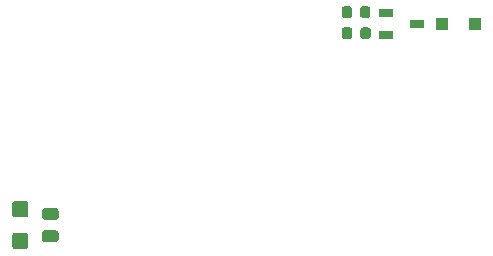
<source format=gbr>
G04 #@! TF.GenerationSoftware,KiCad,Pcbnew,5.0.0-fee4fd1~66~ubuntu16.04.1*
G04 #@! TF.CreationDate,2018-12-09T19:38:54+07:00*
G04 #@! TF.ProjectId,master_circuit,6D61737465725F636972637569742E6B,rev?*
G04 #@! TF.SameCoordinates,Original*
G04 #@! TF.FileFunction,Paste,Top*
G04 #@! TF.FilePolarity,Positive*
%FSLAX46Y46*%
G04 Gerber Fmt 4.6, Leading zero omitted, Abs format (unit mm)*
G04 Created by KiCad (PCBNEW 5.0.0-fee4fd1~66~ubuntu16.04.1) date Sun Dec  9 19:38:54 2018*
%MOMM*%
%LPD*%
G01*
G04 APERTURE LIST*
%ADD10C,0.100000*%
%ADD11C,0.975000*%
%ADD12R,1.100000X1.100000*%
%ADD13C,0.875000*%
%ADD14R,1.220000X0.650000*%
%ADD15C,1.350000*%
G04 APERTURE END LIST*
D10*
G04 #@! TO.C,C2*
G36*
X114780142Y-131926174D02*
X114803803Y-131929684D01*
X114827007Y-131935496D01*
X114849529Y-131943554D01*
X114871153Y-131953782D01*
X114891670Y-131966079D01*
X114910883Y-131980329D01*
X114928607Y-131996393D01*
X114944671Y-132014117D01*
X114958921Y-132033330D01*
X114971218Y-132053847D01*
X114981446Y-132075471D01*
X114989504Y-132097993D01*
X114995316Y-132121197D01*
X114998826Y-132144858D01*
X115000000Y-132168750D01*
X115000000Y-132656250D01*
X114998826Y-132680142D01*
X114995316Y-132703803D01*
X114989504Y-132727007D01*
X114981446Y-132749529D01*
X114971218Y-132771153D01*
X114958921Y-132791670D01*
X114944671Y-132810883D01*
X114928607Y-132828607D01*
X114910883Y-132844671D01*
X114891670Y-132858921D01*
X114871153Y-132871218D01*
X114849529Y-132881446D01*
X114827007Y-132889504D01*
X114803803Y-132895316D01*
X114780142Y-132898826D01*
X114756250Y-132900000D01*
X113843750Y-132900000D01*
X113819858Y-132898826D01*
X113796197Y-132895316D01*
X113772993Y-132889504D01*
X113750471Y-132881446D01*
X113728847Y-132871218D01*
X113708330Y-132858921D01*
X113689117Y-132844671D01*
X113671393Y-132828607D01*
X113655329Y-132810883D01*
X113641079Y-132791670D01*
X113628782Y-132771153D01*
X113618554Y-132749529D01*
X113610496Y-132727007D01*
X113604684Y-132703803D01*
X113601174Y-132680142D01*
X113600000Y-132656250D01*
X113600000Y-132168750D01*
X113601174Y-132144858D01*
X113604684Y-132121197D01*
X113610496Y-132097993D01*
X113618554Y-132075471D01*
X113628782Y-132053847D01*
X113641079Y-132033330D01*
X113655329Y-132014117D01*
X113671393Y-131996393D01*
X113689117Y-131980329D01*
X113708330Y-131966079D01*
X113728847Y-131953782D01*
X113750471Y-131943554D01*
X113772993Y-131935496D01*
X113796197Y-131929684D01*
X113819858Y-131926174D01*
X113843750Y-131925000D01*
X114756250Y-131925000D01*
X114780142Y-131926174D01*
X114780142Y-131926174D01*
G37*
D11*
X114300000Y-132412500D03*
D10*
G36*
X114780142Y-133801174D02*
X114803803Y-133804684D01*
X114827007Y-133810496D01*
X114849529Y-133818554D01*
X114871153Y-133828782D01*
X114891670Y-133841079D01*
X114910883Y-133855329D01*
X114928607Y-133871393D01*
X114944671Y-133889117D01*
X114958921Y-133908330D01*
X114971218Y-133928847D01*
X114981446Y-133950471D01*
X114989504Y-133972993D01*
X114995316Y-133996197D01*
X114998826Y-134019858D01*
X115000000Y-134043750D01*
X115000000Y-134531250D01*
X114998826Y-134555142D01*
X114995316Y-134578803D01*
X114989504Y-134602007D01*
X114981446Y-134624529D01*
X114971218Y-134646153D01*
X114958921Y-134666670D01*
X114944671Y-134685883D01*
X114928607Y-134703607D01*
X114910883Y-134719671D01*
X114891670Y-134733921D01*
X114871153Y-134746218D01*
X114849529Y-134756446D01*
X114827007Y-134764504D01*
X114803803Y-134770316D01*
X114780142Y-134773826D01*
X114756250Y-134775000D01*
X113843750Y-134775000D01*
X113819858Y-134773826D01*
X113796197Y-134770316D01*
X113772993Y-134764504D01*
X113750471Y-134756446D01*
X113728847Y-134746218D01*
X113708330Y-134733921D01*
X113689117Y-134719671D01*
X113671393Y-134703607D01*
X113655329Y-134685883D01*
X113641079Y-134666670D01*
X113628782Y-134646153D01*
X113618554Y-134624529D01*
X113610496Y-134602007D01*
X113604684Y-134578803D01*
X113601174Y-134555142D01*
X113600000Y-134531250D01*
X113600000Y-134043750D01*
X113601174Y-134019858D01*
X113604684Y-133996197D01*
X113610496Y-133972993D01*
X113618554Y-133950471D01*
X113628782Y-133928847D01*
X113641079Y-133908330D01*
X113655329Y-133889117D01*
X113671393Y-133871393D01*
X113689117Y-133855329D01*
X113708330Y-133841079D01*
X113728847Y-133828782D01*
X113750471Y-133818554D01*
X113772993Y-133810496D01*
X113796197Y-133804684D01*
X113819858Y-133801174D01*
X113843750Y-133800000D01*
X114756250Y-133800000D01*
X114780142Y-133801174D01*
X114780142Y-133801174D01*
G37*
D11*
X114300000Y-134287500D03*
G04 #@! TD*
D12*
G04 #@! TO.C,D1*
X147444000Y-116332000D03*
X150244000Y-116332000D03*
G04 #@! TD*
D10*
G04 #@! TO.C,R1*
G36*
X141235691Y-116620053D02*
X141256926Y-116623203D01*
X141277750Y-116628419D01*
X141297962Y-116635651D01*
X141317368Y-116644830D01*
X141335781Y-116655866D01*
X141353024Y-116668654D01*
X141368930Y-116683070D01*
X141383346Y-116698976D01*
X141396134Y-116716219D01*
X141407170Y-116734632D01*
X141416349Y-116754038D01*
X141423581Y-116774250D01*
X141428797Y-116795074D01*
X141431947Y-116816309D01*
X141433000Y-116837750D01*
X141433000Y-117350250D01*
X141431947Y-117371691D01*
X141428797Y-117392926D01*
X141423581Y-117413750D01*
X141416349Y-117433962D01*
X141407170Y-117453368D01*
X141396134Y-117471781D01*
X141383346Y-117489024D01*
X141368930Y-117504930D01*
X141353024Y-117519346D01*
X141335781Y-117532134D01*
X141317368Y-117543170D01*
X141297962Y-117552349D01*
X141277750Y-117559581D01*
X141256926Y-117564797D01*
X141235691Y-117567947D01*
X141214250Y-117569000D01*
X140776750Y-117569000D01*
X140755309Y-117567947D01*
X140734074Y-117564797D01*
X140713250Y-117559581D01*
X140693038Y-117552349D01*
X140673632Y-117543170D01*
X140655219Y-117532134D01*
X140637976Y-117519346D01*
X140622070Y-117504930D01*
X140607654Y-117489024D01*
X140594866Y-117471781D01*
X140583830Y-117453368D01*
X140574651Y-117433962D01*
X140567419Y-117413750D01*
X140562203Y-117392926D01*
X140559053Y-117371691D01*
X140558000Y-117350250D01*
X140558000Y-116837750D01*
X140559053Y-116816309D01*
X140562203Y-116795074D01*
X140567419Y-116774250D01*
X140574651Y-116754038D01*
X140583830Y-116734632D01*
X140594866Y-116716219D01*
X140607654Y-116698976D01*
X140622070Y-116683070D01*
X140637976Y-116668654D01*
X140655219Y-116655866D01*
X140673632Y-116644830D01*
X140693038Y-116635651D01*
X140713250Y-116628419D01*
X140734074Y-116623203D01*
X140755309Y-116620053D01*
X140776750Y-116619000D01*
X141214250Y-116619000D01*
X141235691Y-116620053D01*
X141235691Y-116620053D01*
G37*
D13*
X140995500Y-117094000D03*
D10*
G36*
X139660691Y-116620053D02*
X139681926Y-116623203D01*
X139702750Y-116628419D01*
X139722962Y-116635651D01*
X139742368Y-116644830D01*
X139760781Y-116655866D01*
X139778024Y-116668654D01*
X139793930Y-116683070D01*
X139808346Y-116698976D01*
X139821134Y-116716219D01*
X139832170Y-116734632D01*
X139841349Y-116754038D01*
X139848581Y-116774250D01*
X139853797Y-116795074D01*
X139856947Y-116816309D01*
X139858000Y-116837750D01*
X139858000Y-117350250D01*
X139856947Y-117371691D01*
X139853797Y-117392926D01*
X139848581Y-117413750D01*
X139841349Y-117433962D01*
X139832170Y-117453368D01*
X139821134Y-117471781D01*
X139808346Y-117489024D01*
X139793930Y-117504930D01*
X139778024Y-117519346D01*
X139760781Y-117532134D01*
X139742368Y-117543170D01*
X139722962Y-117552349D01*
X139702750Y-117559581D01*
X139681926Y-117564797D01*
X139660691Y-117567947D01*
X139639250Y-117569000D01*
X139201750Y-117569000D01*
X139180309Y-117567947D01*
X139159074Y-117564797D01*
X139138250Y-117559581D01*
X139118038Y-117552349D01*
X139098632Y-117543170D01*
X139080219Y-117532134D01*
X139062976Y-117519346D01*
X139047070Y-117504930D01*
X139032654Y-117489024D01*
X139019866Y-117471781D01*
X139008830Y-117453368D01*
X138999651Y-117433962D01*
X138992419Y-117413750D01*
X138987203Y-117392926D01*
X138984053Y-117371691D01*
X138983000Y-117350250D01*
X138983000Y-116837750D01*
X138984053Y-116816309D01*
X138987203Y-116795074D01*
X138992419Y-116774250D01*
X138999651Y-116754038D01*
X139008830Y-116734632D01*
X139019866Y-116716219D01*
X139032654Y-116698976D01*
X139047070Y-116683070D01*
X139062976Y-116668654D01*
X139080219Y-116655866D01*
X139098632Y-116644830D01*
X139118038Y-116635651D01*
X139138250Y-116628419D01*
X139159074Y-116623203D01*
X139180309Y-116620053D01*
X139201750Y-116619000D01*
X139639250Y-116619000D01*
X139660691Y-116620053D01*
X139660691Y-116620053D01*
G37*
D13*
X139420500Y-117094000D03*
G04 #@! TD*
D10*
G04 #@! TO.C,R2*
G36*
X139635191Y-114842053D02*
X139656426Y-114845203D01*
X139677250Y-114850419D01*
X139697462Y-114857651D01*
X139716868Y-114866830D01*
X139735281Y-114877866D01*
X139752524Y-114890654D01*
X139768430Y-114905070D01*
X139782846Y-114920976D01*
X139795634Y-114938219D01*
X139806670Y-114956632D01*
X139815849Y-114976038D01*
X139823081Y-114996250D01*
X139828297Y-115017074D01*
X139831447Y-115038309D01*
X139832500Y-115059750D01*
X139832500Y-115572250D01*
X139831447Y-115593691D01*
X139828297Y-115614926D01*
X139823081Y-115635750D01*
X139815849Y-115655962D01*
X139806670Y-115675368D01*
X139795634Y-115693781D01*
X139782846Y-115711024D01*
X139768430Y-115726930D01*
X139752524Y-115741346D01*
X139735281Y-115754134D01*
X139716868Y-115765170D01*
X139697462Y-115774349D01*
X139677250Y-115781581D01*
X139656426Y-115786797D01*
X139635191Y-115789947D01*
X139613750Y-115791000D01*
X139176250Y-115791000D01*
X139154809Y-115789947D01*
X139133574Y-115786797D01*
X139112750Y-115781581D01*
X139092538Y-115774349D01*
X139073132Y-115765170D01*
X139054719Y-115754134D01*
X139037476Y-115741346D01*
X139021570Y-115726930D01*
X139007154Y-115711024D01*
X138994366Y-115693781D01*
X138983330Y-115675368D01*
X138974151Y-115655962D01*
X138966919Y-115635750D01*
X138961703Y-115614926D01*
X138958553Y-115593691D01*
X138957500Y-115572250D01*
X138957500Y-115059750D01*
X138958553Y-115038309D01*
X138961703Y-115017074D01*
X138966919Y-114996250D01*
X138974151Y-114976038D01*
X138983330Y-114956632D01*
X138994366Y-114938219D01*
X139007154Y-114920976D01*
X139021570Y-114905070D01*
X139037476Y-114890654D01*
X139054719Y-114877866D01*
X139073132Y-114866830D01*
X139092538Y-114857651D01*
X139112750Y-114850419D01*
X139133574Y-114845203D01*
X139154809Y-114842053D01*
X139176250Y-114841000D01*
X139613750Y-114841000D01*
X139635191Y-114842053D01*
X139635191Y-114842053D01*
G37*
D13*
X139395000Y-115316000D03*
D10*
G36*
X141210191Y-114842053D02*
X141231426Y-114845203D01*
X141252250Y-114850419D01*
X141272462Y-114857651D01*
X141291868Y-114866830D01*
X141310281Y-114877866D01*
X141327524Y-114890654D01*
X141343430Y-114905070D01*
X141357846Y-114920976D01*
X141370634Y-114938219D01*
X141381670Y-114956632D01*
X141390849Y-114976038D01*
X141398081Y-114996250D01*
X141403297Y-115017074D01*
X141406447Y-115038309D01*
X141407500Y-115059750D01*
X141407500Y-115572250D01*
X141406447Y-115593691D01*
X141403297Y-115614926D01*
X141398081Y-115635750D01*
X141390849Y-115655962D01*
X141381670Y-115675368D01*
X141370634Y-115693781D01*
X141357846Y-115711024D01*
X141343430Y-115726930D01*
X141327524Y-115741346D01*
X141310281Y-115754134D01*
X141291868Y-115765170D01*
X141272462Y-115774349D01*
X141252250Y-115781581D01*
X141231426Y-115786797D01*
X141210191Y-115789947D01*
X141188750Y-115791000D01*
X140751250Y-115791000D01*
X140729809Y-115789947D01*
X140708574Y-115786797D01*
X140687750Y-115781581D01*
X140667538Y-115774349D01*
X140648132Y-115765170D01*
X140629719Y-115754134D01*
X140612476Y-115741346D01*
X140596570Y-115726930D01*
X140582154Y-115711024D01*
X140569366Y-115693781D01*
X140558330Y-115675368D01*
X140549151Y-115655962D01*
X140541919Y-115635750D01*
X140536703Y-115614926D01*
X140533553Y-115593691D01*
X140532500Y-115572250D01*
X140532500Y-115059750D01*
X140533553Y-115038309D01*
X140536703Y-115017074D01*
X140541919Y-114996250D01*
X140549151Y-114976038D01*
X140558330Y-114956632D01*
X140569366Y-114938219D01*
X140582154Y-114920976D01*
X140596570Y-114905070D01*
X140612476Y-114890654D01*
X140629719Y-114877866D01*
X140648132Y-114866830D01*
X140667538Y-114857651D01*
X140687750Y-114850419D01*
X140708574Y-114845203D01*
X140729809Y-114842053D01*
X140751250Y-114841000D01*
X141188750Y-114841000D01*
X141210191Y-114842053D01*
X141210191Y-114842053D01*
G37*
D13*
X140970000Y-115316000D03*
G04 #@! TD*
D14*
G04 #@! TO.C,Q1*
X142708000Y-115382000D03*
X142708000Y-117282000D03*
X145328000Y-116332000D03*
G04 #@! TD*
D10*
G04 #@! TO.C,C1*
G36*
X112209505Y-134001204D02*
X112233773Y-134004804D01*
X112257572Y-134010765D01*
X112280671Y-134019030D01*
X112302850Y-134029520D01*
X112323893Y-134042132D01*
X112343599Y-134056747D01*
X112361777Y-134073223D01*
X112378253Y-134091401D01*
X112392868Y-134111107D01*
X112405480Y-134132150D01*
X112415970Y-134154329D01*
X112424235Y-134177428D01*
X112430196Y-134201227D01*
X112433796Y-134225495D01*
X112435000Y-134249999D01*
X112435000Y-135150001D01*
X112433796Y-135174505D01*
X112430196Y-135198773D01*
X112424235Y-135222572D01*
X112415970Y-135245671D01*
X112405480Y-135267850D01*
X112392868Y-135288893D01*
X112378253Y-135308599D01*
X112361777Y-135326777D01*
X112343599Y-135343253D01*
X112323893Y-135357868D01*
X112302850Y-135370480D01*
X112280671Y-135380970D01*
X112257572Y-135389235D01*
X112233773Y-135395196D01*
X112209505Y-135398796D01*
X112185001Y-135400000D01*
X111334999Y-135400000D01*
X111310495Y-135398796D01*
X111286227Y-135395196D01*
X111262428Y-135389235D01*
X111239329Y-135380970D01*
X111217150Y-135370480D01*
X111196107Y-135357868D01*
X111176401Y-135343253D01*
X111158223Y-135326777D01*
X111141747Y-135308599D01*
X111127132Y-135288893D01*
X111114520Y-135267850D01*
X111104030Y-135245671D01*
X111095765Y-135222572D01*
X111089804Y-135198773D01*
X111086204Y-135174505D01*
X111085000Y-135150001D01*
X111085000Y-134249999D01*
X111086204Y-134225495D01*
X111089804Y-134201227D01*
X111095765Y-134177428D01*
X111104030Y-134154329D01*
X111114520Y-134132150D01*
X111127132Y-134111107D01*
X111141747Y-134091401D01*
X111158223Y-134073223D01*
X111176401Y-134056747D01*
X111196107Y-134042132D01*
X111217150Y-134029520D01*
X111239329Y-134019030D01*
X111262428Y-134010765D01*
X111286227Y-134004804D01*
X111310495Y-134001204D01*
X111334999Y-134000000D01*
X112185001Y-134000000D01*
X112209505Y-134001204D01*
X112209505Y-134001204D01*
G37*
D15*
X111760000Y-134700000D03*
D10*
G36*
X112209505Y-131301204D02*
X112233773Y-131304804D01*
X112257572Y-131310765D01*
X112280671Y-131319030D01*
X112302850Y-131329520D01*
X112323893Y-131342132D01*
X112343599Y-131356747D01*
X112361777Y-131373223D01*
X112378253Y-131391401D01*
X112392868Y-131411107D01*
X112405480Y-131432150D01*
X112415970Y-131454329D01*
X112424235Y-131477428D01*
X112430196Y-131501227D01*
X112433796Y-131525495D01*
X112435000Y-131549999D01*
X112435000Y-132450001D01*
X112433796Y-132474505D01*
X112430196Y-132498773D01*
X112424235Y-132522572D01*
X112415970Y-132545671D01*
X112405480Y-132567850D01*
X112392868Y-132588893D01*
X112378253Y-132608599D01*
X112361777Y-132626777D01*
X112343599Y-132643253D01*
X112323893Y-132657868D01*
X112302850Y-132670480D01*
X112280671Y-132680970D01*
X112257572Y-132689235D01*
X112233773Y-132695196D01*
X112209505Y-132698796D01*
X112185001Y-132700000D01*
X111334999Y-132700000D01*
X111310495Y-132698796D01*
X111286227Y-132695196D01*
X111262428Y-132689235D01*
X111239329Y-132680970D01*
X111217150Y-132670480D01*
X111196107Y-132657868D01*
X111176401Y-132643253D01*
X111158223Y-132626777D01*
X111141747Y-132608599D01*
X111127132Y-132588893D01*
X111114520Y-132567850D01*
X111104030Y-132545671D01*
X111095765Y-132522572D01*
X111089804Y-132498773D01*
X111086204Y-132474505D01*
X111085000Y-132450001D01*
X111085000Y-131549999D01*
X111086204Y-131525495D01*
X111089804Y-131501227D01*
X111095765Y-131477428D01*
X111104030Y-131454329D01*
X111114520Y-131432150D01*
X111127132Y-131411107D01*
X111141747Y-131391401D01*
X111158223Y-131373223D01*
X111176401Y-131356747D01*
X111196107Y-131342132D01*
X111217150Y-131329520D01*
X111239329Y-131319030D01*
X111262428Y-131310765D01*
X111286227Y-131304804D01*
X111310495Y-131301204D01*
X111334999Y-131300000D01*
X112185001Y-131300000D01*
X112209505Y-131301204D01*
X112209505Y-131301204D01*
G37*
D15*
X111760000Y-132000000D03*
G04 #@! TD*
M02*

</source>
